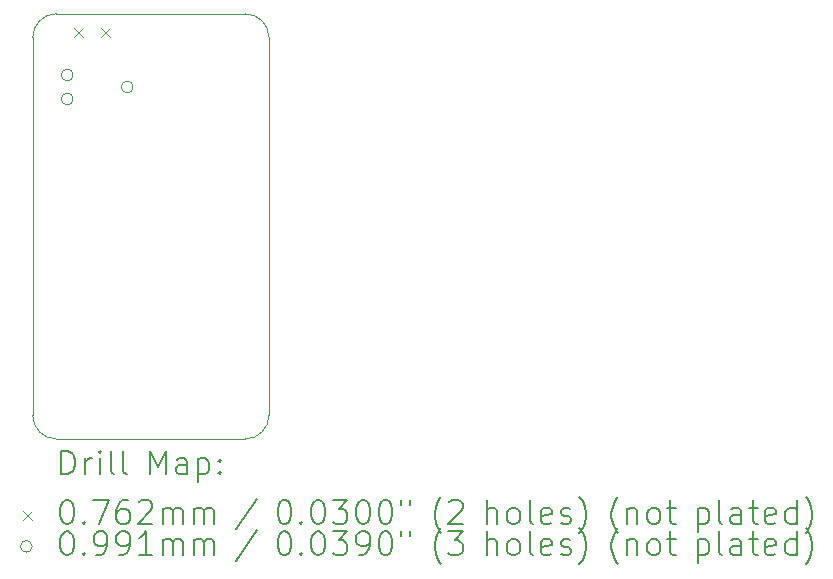
<source format=gbr>
%TF.GenerationSoftware,KiCad,Pcbnew,(7.0.0)*%
%TF.CreationDate,2024-01-17T13:13:25+01:00*%
%TF.ProjectId,LED_poi,4c45445f-706f-4692-9e6b-696361645f70,A*%
%TF.SameCoordinates,Original*%
%TF.FileFunction,Drillmap*%
%TF.FilePolarity,Positive*%
%FSLAX45Y45*%
G04 Gerber Fmt 4.5, Leading zero omitted, Abs format (unit mm)*
G04 Created by KiCad (PCBNEW (7.0.0)) date 2024-01-17 13:13:25*
%MOMM*%
%LPD*%
G01*
G04 APERTURE LIST*
%ADD10C,0.100000*%
%ADD11C,0.200000*%
%ADD12C,0.076200*%
%ADD13C,0.099060*%
G04 APERTURE END LIST*
D10*
X8200000Y-8000000D02*
X8200000Y-4800000D01*
X8400000Y-4600000D02*
G75*
G03*
X8200000Y-4800000I0J-200000D01*
G01*
X10200000Y-4800000D02*
G75*
G03*
X10000000Y-4600000I-200000J0D01*
G01*
X10000000Y-8200000D02*
X8400000Y-8200000D01*
X10000000Y-8200000D02*
G75*
G03*
X10200000Y-8000000I0J200000D01*
G01*
X10200000Y-4800000D02*
X10200000Y-8000000D01*
X8400000Y-4600000D02*
X10000000Y-4600000D01*
X8200000Y-8000000D02*
G75*
G03*
X8400000Y-8200000I200000J0D01*
G01*
D11*
D12*
X8551600Y-4721900D02*
X8627800Y-4798100D01*
X8627800Y-4721900D02*
X8551600Y-4798100D01*
X8781600Y-4721900D02*
X8857800Y-4798100D01*
X8857800Y-4721900D02*
X8781600Y-4798100D01*
D13*
X8541530Y-5118400D02*
G75*
G03*
X8541530Y-5118400I-49530J0D01*
G01*
X8541530Y-5321600D02*
G75*
G03*
X8541530Y-5321600I-49530J0D01*
G01*
X9049530Y-5220000D02*
G75*
G03*
X9049530Y-5220000I-49530J0D01*
G01*
D11*
X8442619Y-8498476D02*
X8442619Y-8298476D01*
X8442619Y-8298476D02*
X8490238Y-8298476D01*
X8490238Y-8298476D02*
X8518810Y-8308000D01*
X8518810Y-8308000D02*
X8537857Y-8327048D01*
X8537857Y-8327048D02*
X8547381Y-8346095D01*
X8547381Y-8346095D02*
X8556905Y-8384190D01*
X8556905Y-8384190D02*
X8556905Y-8412762D01*
X8556905Y-8412762D02*
X8547381Y-8450857D01*
X8547381Y-8450857D02*
X8537857Y-8469905D01*
X8537857Y-8469905D02*
X8518810Y-8488952D01*
X8518810Y-8488952D02*
X8490238Y-8498476D01*
X8490238Y-8498476D02*
X8442619Y-8498476D01*
X8642619Y-8498476D02*
X8642619Y-8365143D01*
X8642619Y-8403238D02*
X8652143Y-8384190D01*
X8652143Y-8384190D02*
X8661667Y-8374667D01*
X8661667Y-8374667D02*
X8680714Y-8365143D01*
X8680714Y-8365143D02*
X8699762Y-8365143D01*
X8766429Y-8498476D02*
X8766429Y-8365143D01*
X8766429Y-8298476D02*
X8756905Y-8308000D01*
X8756905Y-8308000D02*
X8766429Y-8317524D01*
X8766429Y-8317524D02*
X8775952Y-8308000D01*
X8775952Y-8308000D02*
X8766429Y-8298476D01*
X8766429Y-8298476D02*
X8766429Y-8317524D01*
X8890238Y-8498476D02*
X8871190Y-8488952D01*
X8871190Y-8488952D02*
X8861667Y-8469905D01*
X8861667Y-8469905D02*
X8861667Y-8298476D01*
X8995000Y-8498476D02*
X8975952Y-8488952D01*
X8975952Y-8488952D02*
X8966429Y-8469905D01*
X8966429Y-8469905D02*
X8966429Y-8298476D01*
X9191190Y-8498476D02*
X9191190Y-8298476D01*
X9191190Y-8298476D02*
X9257857Y-8441333D01*
X9257857Y-8441333D02*
X9324524Y-8298476D01*
X9324524Y-8298476D02*
X9324524Y-8498476D01*
X9505476Y-8498476D02*
X9505476Y-8393714D01*
X9505476Y-8393714D02*
X9495952Y-8374667D01*
X9495952Y-8374667D02*
X9476905Y-8365143D01*
X9476905Y-8365143D02*
X9438809Y-8365143D01*
X9438809Y-8365143D02*
X9419762Y-8374667D01*
X9505476Y-8488952D02*
X9486429Y-8498476D01*
X9486429Y-8498476D02*
X9438809Y-8498476D01*
X9438809Y-8498476D02*
X9419762Y-8488952D01*
X9419762Y-8488952D02*
X9410238Y-8469905D01*
X9410238Y-8469905D02*
X9410238Y-8450857D01*
X9410238Y-8450857D02*
X9419762Y-8431810D01*
X9419762Y-8431810D02*
X9438809Y-8422286D01*
X9438809Y-8422286D02*
X9486429Y-8422286D01*
X9486429Y-8422286D02*
X9505476Y-8412762D01*
X9600714Y-8365143D02*
X9600714Y-8565143D01*
X9600714Y-8374667D02*
X9619762Y-8365143D01*
X9619762Y-8365143D02*
X9657857Y-8365143D01*
X9657857Y-8365143D02*
X9676905Y-8374667D01*
X9676905Y-8374667D02*
X9686429Y-8384190D01*
X9686429Y-8384190D02*
X9695952Y-8403238D01*
X9695952Y-8403238D02*
X9695952Y-8460381D01*
X9695952Y-8460381D02*
X9686429Y-8479429D01*
X9686429Y-8479429D02*
X9676905Y-8488952D01*
X9676905Y-8488952D02*
X9657857Y-8498476D01*
X9657857Y-8498476D02*
X9619762Y-8498476D01*
X9619762Y-8498476D02*
X9600714Y-8488952D01*
X9781667Y-8479429D02*
X9791190Y-8488952D01*
X9791190Y-8488952D02*
X9781667Y-8498476D01*
X9781667Y-8498476D02*
X9772143Y-8488952D01*
X9772143Y-8488952D02*
X9781667Y-8479429D01*
X9781667Y-8479429D02*
X9781667Y-8498476D01*
X9781667Y-8374667D02*
X9791190Y-8384190D01*
X9791190Y-8384190D02*
X9781667Y-8393714D01*
X9781667Y-8393714D02*
X9772143Y-8384190D01*
X9772143Y-8384190D02*
X9781667Y-8374667D01*
X9781667Y-8374667D02*
X9781667Y-8393714D01*
D12*
X8118800Y-8806900D02*
X8195000Y-8883100D01*
X8195000Y-8806900D02*
X8118800Y-8883100D01*
D11*
X8480714Y-8718476D02*
X8499762Y-8718476D01*
X8499762Y-8718476D02*
X8518810Y-8728000D01*
X8518810Y-8728000D02*
X8528333Y-8737524D01*
X8528333Y-8737524D02*
X8537857Y-8756571D01*
X8537857Y-8756571D02*
X8547381Y-8794667D01*
X8547381Y-8794667D02*
X8547381Y-8842286D01*
X8547381Y-8842286D02*
X8537857Y-8880381D01*
X8537857Y-8880381D02*
X8528333Y-8899429D01*
X8528333Y-8899429D02*
X8518810Y-8908952D01*
X8518810Y-8908952D02*
X8499762Y-8918476D01*
X8499762Y-8918476D02*
X8480714Y-8918476D01*
X8480714Y-8918476D02*
X8461667Y-8908952D01*
X8461667Y-8908952D02*
X8452143Y-8899429D01*
X8452143Y-8899429D02*
X8442619Y-8880381D01*
X8442619Y-8880381D02*
X8433095Y-8842286D01*
X8433095Y-8842286D02*
X8433095Y-8794667D01*
X8433095Y-8794667D02*
X8442619Y-8756571D01*
X8442619Y-8756571D02*
X8452143Y-8737524D01*
X8452143Y-8737524D02*
X8461667Y-8728000D01*
X8461667Y-8728000D02*
X8480714Y-8718476D01*
X8633095Y-8899429D02*
X8642619Y-8908952D01*
X8642619Y-8908952D02*
X8633095Y-8918476D01*
X8633095Y-8918476D02*
X8623571Y-8908952D01*
X8623571Y-8908952D02*
X8633095Y-8899429D01*
X8633095Y-8899429D02*
X8633095Y-8918476D01*
X8709286Y-8718476D02*
X8842619Y-8718476D01*
X8842619Y-8718476D02*
X8756905Y-8918476D01*
X9004524Y-8718476D02*
X8966429Y-8718476D01*
X8966429Y-8718476D02*
X8947381Y-8728000D01*
X8947381Y-8728000D02*
X8937857Y-8737524D01*
X8937857Y-8737524D02*
X8918810Y-8766095D01*
X8918810Y-8766095D02*
X8909286Y-8804190D01*
X8909286Y-8804190D02*
X8909286Y-8880381D01*
X8909286Y-8880381D02*
X8918810Y-8899429D01*
X8918810Y-8899429D02*
X8928333Y-8908952D01*
X8928333Y-8908952D02*
X8947381Y-8918476D01*
X8947381Y-8918476D02*
X8985476Y-8918476D01*
X8985476Y-8918476D02*
X9004524Y-8908952D01*
X9004524Y-8908952D02*
X9014048Y-8899429D01*
X9014048Y-8899429D02*
X9023571Y-8880381D01*
X9023571Y-8880381D02*
X9023571Y-8832762D01*
X9023571Y-8832762D02*
X9014048Y-8813714D01*
X9014048Y-8813714D02*
X9004524Y-8804190D01*
X9004524Y-8804190D02*
X8985476Y-8794667D01*
X8985476Y-8794667D02*
X8947381Y-8794667D01*
X8947381Y-8794667D02*
X8928333Y-8804190D01*
X8928333Y-8804190D02*
X8918810Y-8813714D01*
X8918810Y-8813714D02*
X8909286Y-8832762D01*
X9099762Y-8737524D02*
X9109286Y-8728000D01*
X9109286Y-8728000D02*
X9128333Y-8718476D01*
X9128333Y-8718476D02*
X9175952Y-8718476D01*
X9175952Y-8718476D02*
X9195000Y-8728000D01*
X9195000Y-8728000D02*
X9204524Y-8737524D01*
X9204524Y-8737524D02*
X9214048Y-8756571D01*
X9214048Y-8756571D02*
X9214048Y-8775619D01*
X9214048Y-8775619D02*
X9204524Y-8804190D01*
X9204524Y-8804190D02*
X9090238Y-8918476D01*
X9090238Y-8918476D02*
X9214048Y-8918476D01*
X9299762Y-8918476D02*
X9299762Y-8785143D01*
X9299762Y-8804190D02*
X9309286Y-8794667D01*
X9309286Y-8794667D02*
X9328333Y-8785143D01*
X9328333Y-8785143D02*
X9356905Y-8785143D01*
X9356905Y-8785143D02*
X9375952Y-8794667D01*
X9375952Y-8794667D02*
X9385476Y-8813714D01*
X9385476Y-8813714D02*
X9385476Y-8918476D01*
X9385476Y-8813714D02*
X9395000Y-8794667D01*
X9395000Y-8794667D02*
X9414048Y-8785143D01*
X9414048Y-8785143D02*
X9442619Y-8785143D01*
X9442619Y-8785143D02*
X9461667Y-8794667D01*
X9461667Y-8794667D02*
X9471191Y-8813714D01*
X9471191Y-8813714D02*
X9471191Y-8918476D01*
X9566429Y-8918476D02*
X9566429Y-8785143D01*
X9566429Y-8804190D02*
X9575952Y-8794667D01*
X9575952Y-8794667D02*
X9595000Y-8785143D01*
X9595000Y-8785143D02*
X9623572Y-8785143D01*
X9623572Y-8785143D02*
X9642619Y-8794667D01*
X9642619Y-8794667D02*
X9652143Y-8813714D01*
X9652143Y-8813714D02*
X9652143Y-8918476D01*
X9652143Y-8813714D02*
X9661667Y-8794667D01*
X9661667Y-8794667D02*
X9680714Y-8785143D01*
X9680714Y-8785143D02*
X9709286Y-8785143D01*
X9709286Y-8785143D02*
X9728333Y-8794667D01*
X9728333Y-8794667D02*
X9737857Y-8813714D01*
X9737857Y-8813714D02*
X9737857Y-8918476D01*
X10095952Y-8708952D02*
X9924524Y-8966095D01*
X10320714Y-8718476D02*
X10339762Y-8718476D01*
X10339762Y-8718476D02*
X10358810Y-8728000D01*
X10358810Y-8728000D02*
X10368333Y-8737524D01*
X10368333Y-8737524D02*
X10377857Y-8756571D01*
X10377857Y-8756571D02*
X10387381Y-8794667D01*
X10387381Y-8794667D02*
X10387381Y-8842286D01*
X10387381Y-8842286D02*
X10377857Y-8880381D01*
X10377857Y-8880381D02*
X10368333Y-8899429D01*
X10368333Y-8899429D02*
X10358810Y-8908952D01*
X10358810Y-8908952D02*
X10339762Y-8918476D01*
X10339762Y-8918476D02*
X10320714Y-8918476D01*
X10320714Y-8918476D02*
X10301667Y-8908952D01*
X10301667Y-8908952D02*
X10292143Y-8899429D01*
X10292143Y-8899429D02*
X10282619Y-8880381D01*
X10282619Y-8880381D02*
X10273095Y-8842286D01*
X10273095Y-8842286D02*
X10273095Y-8794667D01*
X10273095Y-8794667D02*
X10282619Y-8756571D01*
X10282619Y-8756571D02*
X10292143Y-8737524D01*
X10292143Y-8737524D02*
X10301667Y-8728000D01*
X10301667Y-8728000D02*
X10320714Y-8718476D01*
X10473095Y-8899429D02*
X10482619Y-8908952D01*
X10482619Y-8908952D02*
X10473095Y-8918476D01*
X10473095Y-8918476D02*
X10463572Y-8908952D01*
X10463572Y-8908952D02*
X10473095Y-8899429D01*
X10473095Y-8899429D02*
X10473095Y-8918476D01*
X10606429Y-8718476D02*
X10625476Y-8718476D01*
X10625476Y-8718476D02*
X10644524Y-8728000D01*
X10644524Y-8728000D02*
X10654048Y-8737524D01*
X10654048Y-8737524D02*
X10663572Y-8756571D01*
X10663572Y-8756571D02*
X10673095Y-8794667D01*
X10673095Y-8794667D02*
X10673095Y-8842286D01*
X10673095Y-8842286D02*
X10663572Y-8880381D01*
X10663572Y-8880381D02*
X10654048Y-8899429D01*
X10654048Y-8899429D02*
X10644524Y-8908952D01*
X10644524Y-8908952D02*
X10625476Y-8918476D01*
X10625476Y-8918476D02*
X10606429Y-8918476D01*
X10606429Y-8918476D02*
X10587381Y-8908952D01*
X10587381Y-8908952D02*
X10577857Y-8899429D01*
X10577857Y-8899429D02*
X10568333Y-8880381D01*
X10568333Y-8880381D02*
X10558810Y-8842286D01*
X10558810Y-8842286D02*
X10558810Y-8794667D01*
X10558810Y-8794667D02*
X10568333Y-8756571D01*
X10568333Y-8756571D02*
X10577857Y-8737524D01*
X10577857Y-8737524D02*
X10587381Y-8728000D01*
X10587381Y-8728000D02*
X10606429Y-8718476D01*
X10739762Y-8718476D02*
X10863572Y-8718476D01*
X10863572Y-8718476D02*
X10796905Y-8794667D01*
X10796905Y-8794667D02*
X10825476Y-8794667D01*
X10825476Y-8794667D02*
X10844524Y-8804190D01*
X10844524Y-8804190D02*
X10854048Y-8813714D01*
X10854048Y-8813714D02*
X10863572Y-8832762D01*
X10863572Y-8832762D02*
X10863572Y-8880381D01*
X10863572Y-8880381D02*
X10854048Y-8899429D01*
X10854048Y-8899429D02*
X10844524Y-8908952D01*
X10844524Y-8908952D02*
X10825476Y-8918476D01*
X10825476Y-8918476D02*
X10768333Y-8918476D01*
X10768333Y-8918476D02*
X10749286Y-8908952D01*
X10749286Y-8908952D02*
X10739762Y-8899429D01*
X10987381Y-8718476D02*
X11006429Y-8718476D01*
X11006429Y-8718476D02*
X11025476Y-8728000D01*
X11025476Y-8728000D02*
X11035000Y-8737524D01*
X11035000Y-8737524D02*
X11044524Y-8756571D01*
X11044524Y-8756571D02*
X11054048Y-8794667D01*
X11054048Y-8794667D02*
X11054048Y-8842286D01*
X11054048Y-8842286D02*
X11044524Y-8880381D01*
X11044524Y-8880381D02*
X11035000Y-8899429D01*
X11035000Y-8899429D02*
X11025476Y-8908952D01*
X11025476Y-8908952D02*
X11006429Y-8918476D01*
X11006429Y-8918476D02*
X10987381Y-8918476D01*
X10987381Y-8918476D02*
X10968333Y-8908952D01*
X10968333Y-8908952D02*
X10958810Y-8899429D01*
X10958810Y-8899429D02*
X10949286Y-8880381D01*
X10949286Y-8880381D02*
X10939762Y-8842286D01*
X10939762Y-8842286D02*
X10939762Y-8794667D01*
X10939762Y-8794667D02*
X10949286Y-8756571D01*
X10949286Y-8756571D02*
X10958810Y-8737524D01*
X10958810Y-8737524D02*
X10968333Y-8728000D01*
X10968333Y-8728000D02*
X10987381Y-8718476D01*
X11177857Y-8718476D02*
X11196905Y-8718476D01*
X11196905Y-8718476D02*
X11215952Y-8728000D01*
X11215952Y-8728000D02*
X11225476Y-8737524D01*
X11225476Y-8737524D02*
X11235000Y-8756571D01*
X11235000Y-8756571D02*
X11244524Y-8794667D01*
X11244524Y-8794667D02*
X11244524Y-8842286D01*
X11244524Y-8842286D02*
X11235000Y-8880381D01*
X11235000Y-8880381D02*
X11225476Y-8899429D01*
X11225476Y-8899429D02*
X11215952Y-8908952D01*
X11215952Y-8908952D02*
X11196905Y-8918476D01*
X11196905Y-8918476D02*
X11177857Y-8918476D01*
X11177857Y-8918476D02*
X11158810Y-8908952D01*
X11158810Y-8908952D02*
X11149286Y-8899429D01*
X11149286Y-8899429D02*
X11139762Y-8880381D01*
X11139762Y-8880381D02*
X11130238Y-8842286D01*
X11130238Y-8842286D02*
X11130238Y-8794667D01*
X11130238Y-8794667D02*
X11139762Y-8756571D01*
X11139762Y-8756571D02*
X11149286Y-8737524D01*
X11149286Y-8737524D02*
X11158810Y-8728000D01*
X11158810Y-8728000D02*
X11177857Y-8718476D01*
X11320714Y-8718476D02*
X11320714Y-8756571D01*
X11396905Y-8718476D02*
X11396905Y-8756571D01*
X11659762Y-8994667D02*
X11650238Y-8985143D01*
X11650238Y-8985143D02*
X11631191Y-8956571D01*
X11631191Y-8956571D02*
X11621667Y-8937524D01*
X11621667Y-8937524D02*
X11612143Y-8908952D01*
X11612143Y-8908952D02*
X11602619Y-8861333D01*
X11602619Y-8861333D02*
X11602619Y-8823238D01*
X11602619Y-8823238D02*
X11612143Y-8775619D01*
X11612143Y-8775619D02*
X11621667Y-8747048D01*
X11621667Y-8747048D02*
X11631191Y-8728000D01*
X11631191Y-8728000D02*
X11650238Y-8699429D01*
X11650238Y-8699429D02*
X11659762Y-8689905D01*
X11726429Y-8737524D02*
X11735952Y-8728000D01*
X11735952Y-8728000D02*
X11755000Y-8718476D01*
X11755000Y-8718476D02*
X11802619Y-8718476D01*
X11802619Y-8718476D02*
X11821667Y-8728000D01*
X11821667Y-8728000D02*
X11831191Y-8737524D01*
X11831191Y-8737524D02*
X11840714Y-8756571D01*
X11840714Y-8756571D02*
X11840714Y-8775619D01*
X11840714Y-8775619D02*
X11831191Y-8804190D01*
X11831191Y-8804190D02*
X11716905Y-8918476D01*
X11716905Y-8918476D02*
X11840714Y-8918476D01*
X12046429Y-8918476D02*
X12046429Y-8718476D01*
X12132143Y-8918476D02*
X12132143Y-8813714D01*
X12132143Y-8813714D02*
X12122619Y-8794667D01*
X12122619Y-8794667D02*
X12103572Y-8785143D01*
X12103572Y-8785143D02*
X12075000Y-8785143D01*
X12075000Y-8785143D02*
X12055952Y-8794667D01*
X12055952Y-8794667D02*
X12046429Y-8804190D01*
X12255952Y-8918476D02*
X12236905Y-8908952D01*
X12236905Y-8908952D02*
X12227381Y-8899429D01*
X12227381Y-8899429D02*
X12217857Y-8880381D01*
X12217857Y-8880381D02*
X12217857Y-8823238D01*
X12217857Y-8823238D02*
X12227381Y-8804190D01*
X12227381Y-8804190D02*
X12236905Y-8794667D01*
X12236905Y-8794667D02*
X12255952Y-8785143D01*
X12255952Y-8785143D02*
X12284524Y-8785143D01*
X12284524Y-8785143D02*
X12303572Y-8794667D01*
X12303572Y-8794667D02*
X12313095Y-8804190D01*
X12313095Y-8804190D02*
X12322619Y-8823238D01*
X12322619Y-8823238D02*
X12322619Y-8880381D01*
X12322619Y-8880381D02*
X12313095Y-8899429D01*
X12313095Y-8899429D02*
X12303572Y-8908952D01*
X12303572Y-8908952D02*
X12284524Y-8918476D01*
X12284524Y-8918476D02*
X12255952Y-8918476D01*
X12436905Y-8918476D02*
X12417857Y-8908952D01*
X12417857Y-8908952D02*
X12408333Y-8889905D01*
X12408333Y-8889905D02*
X12408333Y-8718476D01*
X12589286Y-8908952D02*
X12570238Y-8918476D01*
X12570238Y-8918476D02*
X12532143Y-8918476D01*
X12532143Y-8918476D02*
X12513095Y-8908952D01*
X12513095Y-8908952D02*
X12503572Y-8889905D01*
X12503572Y-8889905D02*
X12503572Y-8813714D01*
X12503572Y-8813714D02*
X12513095Y-8794667D01*
X12513095Y-8794667D02*
X12532143Y-8785143D01*
X12532143Y-8785143D02*
X12570238Y-8785143D01*
X12570238Y-8785143D02*
X12589286Y-8794667D01*
X12589286Y-8794667D02*
X12598810Y-8813714D01*
X12598810Y-8813714D02*
X12598810Y-8832762D01*
X12598810Y-8832762D02*
X12503572Y-8851810D01*
X12675000Y-8908952D02*
X12694048Y-8918476D01*
X12694048Y-8918476D02*
X12732143Y-8918476D01*
X12732143Y-8918476D02*
X12751191Y-8908952D01*
X12751191Y-8908952D02*
X12760714Y-8889905D01*
X12760714Y-8889905D02*
X12760714Y-8880381D01*
X12760714Y-8880381D02*
X12751191Y-8861333D01*
X12751191Y-8861333D02*
X12732143Y-8851810D01*
X12732143Y-8851810D02*
X12703572Y-8851810D01*
X12703572Y-8851810D02*
X12684524Y-8842286D01*
X12684524Y-8842286D02*
X12675000Y-8823238D01*
X12675000Y-8823238D02*
X12675000Y-8813714D01*
X12675000Y-8813714D02*
X12684524Y-8794667D01*
X12684524Y-8794667D02*
X12703572Y-8785143D01*
X12703572Y-8785143D02*
X12732143Y-8785143D01*
X12732143Y-8785143D02*
X12751191Y-8794667D01*
X12827381Y-8994667D02*
X12836905Y-8985143D01*
X12836905Y-8985143D02*
X12855953Y-8956571D01*
X12855953Y-8956571D02*
X12865476Y-8937524D01*
X12865476Y-8937524D02*
X12875000Y-8908952D01*
X12875000Y-8908952D02*
X12884524Y-8861333D01*
X12884524Y-8861333D02*
X12884524Y-8823238D01*
X12884524Y-8823238D02*
X12875000Y-8775619D01*
X12875000Y-8775619D02*
X12865476Y-8747048D01*
X12865476Y-8747048D02*
X12855953Y-8728000D01*
X12855953Y-8728000D02*
X12836905Y-8699429D01*
X12836905Y-8699429D02*
X12827381Y-8689905D01*
X13156905Y-8994667D02*
X13147381Y-8985143D01*
X13147381Y-8985143D02*
X13128333Y-8956571D01*
X13128333Y-8956571D02*
X13118810Y-8937524D01*
X13118810Y-8937524D02*
X13109286Y-8908952D01*
X13109286Y-8908952D02*
X13099762Y-8861333D01*
X13099762Y-8861333D02*
X13099762Y-8823238D01*
X13099762Y-8823238D02*
X13109286Y-8775619D01*
X13109286Y-8775619D02*
X13118810Y-8747048D01*
X13118810Y-8747048D02*
X13128333Y-8728000D01*
X13128333Y-8728000D02*
X13147381Y-8699429D01*
X13147381Y-8699429D02*
X13156905Y-8689905D01*
X13233095Y-8785143D02*
X13233095Y-8918476D01*
X13233095Y-8804190D02*
X13242619Y-8794667D01*
X13242619Y-8794667D02*
X13261667Y-8785143D01*
X13261667Y-8785143D02*
X13290238Y-8785143D01*
X13290238Y-8785143D02*
X13309286Y-8794667D01*
X13309286Y-8794667D02*
X13318810Y-8813714D01*
X13318810Y-8813714D02*
X13318810Y-8918476D01*
X13442619Y-8918476D02*
X13423572Y-8908952D01*
X13423572Y-8908952D02*
X13414048Y-8899429D01*
X13414048Y-8899429D02*
X13404524Y-8880381D01*
X13404524Y-8880381D02*
X13404524Y-8823238D01*
X13404524Y-8823238D02*
X13414048Y-8804190D01*
X13414048Y-8804190D02*
X13423572Y-8794667D01*
X13423572Y-8794667D02*
X13442619Y-8785143D01*
X13442619Y-8785143D02*
X13471191Y-8785143D01*
X13471191Y-8785143D02*
X13490238Y-8794667D01*
X13490238Y-8794667D02*
X13499762Y-8804190D01*
X13499762Y-8804190D02*
X13509286Y-8823238D01*
X13509286Y-8823238D02*
X13509286Y-8880381D01*
X13509286Y-8880381D02*
X13499762Y-8899429D01*
X13499762Y-8899429D02*
X13490238Y-8908952D01*
X13490238Y-8908952D02*
X13471191Y-8918476D01*
X13471191Y-8918476D02*
X13442619Y-8918476D01*
X13566429Y-8785143D02*
X13642619Y-8785143D01*
X13595000Y-8718476D02*
X13595000Y-8889905D01*
X13595000Y-8889905D02*
X13604524Y-8908952D01*
X13604524Y-8908952D02*
X13623572Y-8918476D01*
X13623572Y-8918476D02*
X13642619Y-8918476D01*
X13829286Y-8785143D02*
X13829286Y-8985143D01*
X13829286Y-8794667D02*
X13848333Y-8785143D01*
X13848333Y-8785143D02*
X13886429Y-8785143D01*
X13886429Y-8785143D02*
X13905476Y-8794667D01*
X13905476Y-8794667D02*
X13915000Y-8804190D01*
X13915000Y-8804190D02*
X13924524Y-8823238D01*
X13924524Y-8823238D02*
X13924524Y-8880381D01*
X13924524Y-8880381D02*
X13915000Y-8899429D01*
X13915000Y-8899429D02*
X13905476Y-8908952D01*
X13905476Y-8908952D02*
X13886429Y-8918476D01*
X13886429Y-8918476D02*
X13848333Y-8918476D01*
X13848333Y-8918476D02*
X13829286Y-8908952D01*
X14038810Y-8918476D02*
X14019762Y-8908952D01*
X14019762Y-8908952D02*
X14010238Y-8889905D01*
X14010238Y-8889905D02*
X14010238Y-8718476D01*
X14200714Y-8918476D02*
X14200714Y-8813714D01*
X14200714Y-8813714D02*
X14191191Y-8794667D01*
X14191191Y-8794667D02*
X14172143Y-8785143D01*
X14172143Y-8785143D02*
X14134048Y-8785143D01*
X14134048Y-8785143D02*
X14115000Y-8794667D01*
X14200714Y-8908952D02*
X14181667Y-8918476D01*
X14181667Y-8918476D02*
X14134048Y-8918476D01*
X14134048Y-8918476D02*
X14115000Y-8908952D01*
X14115000Y-8908952D02*
X14105476Y-8889905D01*
X14105476Y-8889905D02*
X14105476Y-8870857D01*
X14105476Y-8870857D02*
X14115000Y-8851810D01*
X14115000Y-8851810D02*
X14134048Y-8842286D01*
X14134048Y-8842286D02*
X14181667Y-8842286D01*
X14181667Y-8842286D02*
X14200714Y-8832762D01*
X14267381Y-8785143D02*
X14343572Y-8785143D01*
X14295953Y-8718476D02*
X14295953Y-8889905D01*
X14295953Y-8889905D02*
X14305476Y-8908952D01*
X14305476Y-8908952D02*
X14324524Y-8918476D01*
X14324524Y-8918476D02*
X14343572Y-8918476D01*
X14486429Y-8908952D02*
X14467381Y-8918476D01*
X14467381Y-8918476D02*
X14429286Y-8918476D01*
X14429286Y-8918476D02*
X14410238Y-8908952D01*
X14410238Y-8908952D02*
X14400714Y-8889905D01*
X14400714Y-8889905D02*
X14400714Y-8813714D01*
X14400714Y-8813714D02*
X14410238Y-8794667D01*
X14410238Y-8794667D02*
X14429286Y-8785143D01*
X14429286Y-8785143D02*
X14467381Y-8785143D01*
X14467381Y-8785143D02*
X14486429Y-8794667D01*
X14486429Y-8794667D02*
X14495953Y-8813714D01*
X14495953Y-8813714D02*
X14495953Y-8832762D01*
X14495953Y-8832762D02*
X14400714Y-8851810D01*
X14667381Y-8918476D02*
X14667381Y-8718476D01*
X14667381Y-8908952D02*
X14648334Y-8918476D01*
X14648334Y-8918476D02*
X14610238Y-8918476D01*
X14610238Y-8918476D02*
X14591191Y-8908952D01*
X14591191Y-8908952D02*
X14581667Y-8899429D01*
X14581667Y-8899429D02*
X14572143Y-8880381D01*
X14572143Y-8880381D02*
X14572143Y-8823238D01*
X14572143Y-8823238D02*
X14581667Y-8804190D01*
X14581667Y-8804190D02*
X14591191Y-8794667D01*
X14591191Y-8794667D02*
X14610238Y-8785143D01*
X14610238Y-8785143D02*
X14648334Y-8785143D01*
X14648334Y-8785143D02*
X14667381Y-8794667D01*
X14743572Y-8994667D02*
X14753095Y-8985143D01*
X14753095Y-8985143D02*
X14772143Y-8956571D01*
X14772143Y-8956571D02*
X14781667Y-8937524D01*
X14781667Y-8937524D02*
X14791191Y-8908952D01*
X14791191Y-8908952D02*
X14800714Y-8861333D01*
X14800714Y-8861333D02*
X14800714Y-8823238D01*
X14800714Y-8823238D02*
X14791191Y-8775619D01*
X14791191Y-8775619D02*
X14781667Y-8747048D01*
X14781667Y-8747048D02*
X14772143Y-8728000D01*
X14772143Y-8728000D02*
X14753095Y-8699429D01*
X14753095Y-8699429D02*
X14743572Y-8689905D01*
D13*
X8195000Y-9109000D02*
G75*
G03*
X8195000Y-9109000I-49530J0D01*
G01*
D11*
X8480714Y-8982476D02*
X8499762Y-8982476D01*
X8499762Y-8982476D02*
X8518810Y-8992000D01*
X8518810Y-8992000D02*
X8528333Y-9001524D01*
X8528333Y-9001524D02*
X8537857Y-9020571D01*
X8537857Y-9020571D02*
X8547381Y-9058667D01*
X8547381Y-9058667D02*
X8547381Y-9106286D01*
X8547381Y-9106286D02*
X8537857Y-9144381D01*
X8537857Y-9144381D02*
X8528333Y-9163429D01*
X8528333Y-9163429D02*
X8518810Y-9172952D01*
X8518810Y-9172952D02*
X8499762Y-9182476D01*
X8499762Y-9182476D02*
X8480714Y-9182476D01*
X8480714Y-9182476D02*
X8461667Y-9172952D01*
X8461667Y-9172952D02*
X8452143Y-9163429D01*
X8452143Y-9163429D02*
X8442619Y-9144381D01*
X8442619Y-9144381D02*
X8433095Y-9106286D01*
X8433095Y-9106286D02*
X8433095Y-9058667D01*
X8433095Y-9058667D02*
X8442619Y-9020571D01*
X8442619Y-9020571D02*
X8452143Y-9001524D01*
X8452143Y-9001524D02*
X8461667Y-8992000D01*
X8461667Y-8992000D02*
X8480714Y-8982476D01*
X8633095Y-9163429D02*
X8642619Y-9172952D01*
X8642619Y-9172952D02*
X8633095Y-9182476D01*
X8633095Y-9182476D02*
X8623571Y-9172952D01*
X8623571Y-9172952D02*
X8633095Y-9163429D01*
X8633095Y-9163429D02*
X8633095Y-9182476D01*
X8737857Y-9182476D02*
X8775952Y-9182476D01*
X8775952Y-9182476D02*
X8795000Y-9172952D01*
X8795000Y-9172952D02*
X8804524Y-9163429D01*
X8804524Y-9163429D02*
X8823571Y-9134857D01*
X8823571Y-9134857D02*
X8833095Y-9096762D01*
X8833095Y-9096762D02*
X8833095Y-9020571D01*
X8833095Y-9020571D02*
X8823571Y-9001524D01*
X8823571Y-9001524D02*
X8814048Y-8992000D01*
X8814048Y-8992000D02*
X8795000Y-8982476D01*
X8795000Y-8982476D02*
X8756905Y-8982476D01*
X8756905Y-8982476D02*
X8737857Y-8992000D01*
X8737857Y-8992000D02*
X8728333Y-9001524D01*
X8728333Y-9001524D02*
X8718810Y-9020571D01*
X8718810Y-9020571D02*
X8718810Y-9068190D01*
X8718810Y-9068190D02*
X8728333Y-9087238D01*
X8728333Y-9087238D02*
X8737857Y-9096762D01*
X8737857Y-9096762D02*
X8756905Y-9106286D01*
X8756905Y-9106286D02*
X8795000Y-9106286D01*
X8795000Y-9106286D02*
X8814048Y-9096762D01*
X8814048Y-9096762D02*
X8823571Y-9087238D01*
X8823571Y-9087238D02*
X8833095Y-9068190D01*
X8928333Y-9182476D02*
X8966429Y-9182476D01*
X8966429Y-9182476D02*
X8985476Y-9172952D01*
X8985476Y-9172952D02*
X8995000Y-9163429D01*
X8995000Y-9163429D02*
X9014048Y-9134857D01*
X9014048Y-9134857D02*
X9023571Y-9096762D01*
X9023571Y-9096762D02*
X9023571Y-9020571D01*
X9023571Y-9020571D02*
X9014048Y-9001524D01*
X9014048Y-9001524D02*
X9004524Y-8992000D01*
X9004524Y-8992000D02*
X8985476Y-8982476D01*
X8985476Y-8982476D02*
X8947381Y-8982476D01*
X8947381Y-8982476D02*
X8928333Y-8992000D01*
X8928333Y-8992000D02*
X8918810Y-9001524D01*
X8918810Y-9001524D02*
X8909286Y-9020571D01*
X8909286Y-9020571D02*
X8909286Y-9068190D01*
X8909286Y-9068190D02*
X8918810Y-9087238D01*
X8918810Y-9087238D02*
X8928333Y-9096762D01*
X8928333Y-9096762D02*
X8947381Y-9106286D01*
X8947381Y-9106286D02*
X8985476Y-9106286D01*
X8985476Y-9106286D02*
X9004524Y-9096762D01*
X9004524Y-9096762D02*
X9014048Y-9087238D01*
X9014048Y-9087238D02*
X9023571Y-9068190D01*
X9214048Y-9182476D02*
X9099762Y-9182476D01*
X9156905Y-9182476D02*
X9156905Y-8982476D01*
X9156905Y-8982476D02*
X9137857Y-9011048D01*
X9137857Y-9011048D02*
X9118810Y-9030095D01*
X9118810Y-9030095D02*
X9099762Y-9039619D01*
X9299762Y-9182476D02*
X9299762Y-9049143D01*
X9299762Y-9068190D02*
X9309286Y-9058667D01*
X9309286Y-9058667D02*
X9328333Y-9049143D01*
X9328333Y-9049143D02*
X9356905Y-9049143D01*
X9356905Y-9049143D02*
X9375952Y-9058667D01*
X9375952Y-9058667D02*
X9385476Y-9077714D01*
X9385476Y-9077714D02*
X9385476Y-9182476D01*
X9385476Y-9077714D02*
X9395000Y-9058667D01*
X9395000Y-9058667D02*
X9414048Y-9049143D01*
X9414048Y-9049143D02*
X9442619Y-9049143D01*
X9442619Y-9049143D02*
X9461667Y-9058667D01*
X9461667Y-9058667D02*
X9471191Y-9077714D01*
X9471191Y-9077714D02*
X9471191Y-9182476D01*
X9566429Y-9182476D02*
X9566429Y-9049143D01*
X9566429Y-9068190D02*
X9575952Y-9058667D01*
X9575952Y-9058667D02*
X9595000Y-9049143D01*
X9595000Y-9049143D02*
X9623572Y-9049143D01*
X9623572Y-9049143D02*
X9642619Y-9058667D01*
X9642619Y-9058667D02*
X9652143Y-9077714D01*
X9652143Y-9077714D02*
X9652143Y-9182476D01*
X9652143Y-9077714D02*
X9661667Y-9058667D01*
X9661667Y-9058667D02*
X9680714Y-9049143D01*
X9680714Y-9049143D02*
X9709286Y-9049143D01*
X9709286Y-9049143D02*
X9728333Y-9058667D01*
X9728333Y-9058667D02*
X9737857Y-9077714D01*
X9737857Y-9077714D02*
X9737857Y-9182476D01*
X10095952Y-8972952D02*
X9924524Y-9230095D01*
X10320714Y-8982476D02*
X10339762Y-8982476D01*
X10339762Y-8982476D02*
X10358810Y-8992000D01*
X10358810Y-8992000D02*
X10368333Y-9001524D01*
X10368333Y-9001524D02*
X10377857Y-9020571D01*
X10377857Y-9020571D02*
X10387381Y-9058667D01*
X10387381Y-9058667D02*
X10387381Y-9106286D01*
X10387381Y-9106286D02*
X10377857Y-9144381D01*
X10377857Y-9144381D02*
X10368333Y-9163429D01*
X10368333Y-9163429D02*
X10358810Y-9172952D01*
X10358810Y-9172952D02*
X10339762Y-9182476D01*
X10339762Y-9182476D02*
X10320714Y-9182476D01*
X10320714Y-9182476D02*
X10301667Y-9172952D01*
X10301667Y-9172952D02*
X10292143Y-9163429D01*
X10292143Y-9163429D02*
X10282619Y-9144381D01*
X10282619Y-9144381D02*
X10273095Y-9106286D01*
X10273095Y-9106286D02*
X10273095Y-9058667D01*
X10273095Y-9058667D02*
X10282619Y-9020571D01*
X10282619Y-9020571D02*
X10292143Y-9001524D01*
X10292143Y-9001524D02*
X10301667Y-8992000D01*
X10301667Y-8992000D02*
X10320714Y-8982476D01*
X10473095Y-9163429D02*
X10482619Y-9172952D01*
X10482619Y-9172952D02*
X10473095Y-9182476D01*
X10473095Y-9182476D02*
X10463572Y-9172952D01*
X10463572Y-9172952D02*
X10473095Y-9163429D01*
X10473095Y-9163429D02*
X10473095Y-9182476D01*
X10606429Y-8982476D02*
X10625476Y-8982476D01*
X10625476Y-8982476D02*
X10644524Y-8992000D01*
X10644524Y-8992000D02*
X10654048Y-9001524D01*
X10654048Y-9001524D02*
X10663572Y-9020571D01*
X10663572Y-9020571D02*
X10673095Y-9058667D01*
X10673095Y-9058667D02*
X10673095Y-9106286D01*
X10673095Y-9106286D02*
X10663572Y-9144381D01*
X10663572Y-9144381D02*
X10654048Y-9163429D01*
X10654048Y-9163429D02*
X10644524Y-9172952D01*
X10644524Y-9172952D02*
X10625476Y-9182476D01*
X10625476Y-9182476D02*
X10606429Y-9182476D01*
X10606429Y-9182476D02*
X10587381Y-9172952D01*
X10587381Y-9172952D02*
X10577857Y-9163429D01*
X10577857Y-9163429D02*
X10568333Y-9144381D01*
X10568333Y-9144381D02*
X10558810Y-9106286D01*
X10558810Y-9106286D02*
X10558810Y-9058667D01*
X10558810Y-9058667D02*
X10568333Y-9020571D01*
X10568333Y-9020571D02*
X10577857Y-9001524D01*
X10577857Y-9001524D02*
X10587381Y-8992000D01*
X10587381Y-8992000D02*
X10606429Y-8982476D01*
X10739762Y-8982476D02*
X10863572Y-8982476D01*
X10863572Y-8982476D02*
X10796905Y-9058667D01*
X10796905Y-9058667D02*
X10825476Y-9058667D01*
X10825476Y-9058667D02*
X10844524Y-9068190D01*
X10844524Y-9068190D02*
X10854048Y-9077714D01*
X10854048Y-9077714D02*
X10863572Y-9096762D01*
X10863572Y-9096762D02*
X10863572Y-9144381D01*
X10863572Y-9144381D02*
X10854048Y-9163429D01*
X10854048Y-9163429D02*
X10844524Y-9172952D01*
X10844524Y-9172952D02*
X10825476Y-9182476D01*
X10825476Y-9182476D02*
X10768333Y-9182476D01*
X10768333Y-9182476D02*
X10749286Y-9172952D01*
X10749286Y-9172952D02*
X10739762Y-9163429D01*
X10958810Y-9182476D02*
X10996905Y-9182476D01*
X10996905Y-9182476D02*
X11015953Y-9172952D01*
X11015953Y-9172952D02*
X11025476Y-9163429D01*
X11025476Y-9163429D02*
X11044524Y-9134857D01*
X11044524Y-9134857D02*
X11054048Y-9096762D01*
X11054048Y-9096762D02*
X11054048Y-9020571D01*
X11054048Y-9020571D02*
X11044524Y-9001524D01*
X11044524Y-9001524D02*
X11035000Y-8992000D01*
X11035000Y-8992000D02*
X11015953Y-8982476D01*
X11015953Y-8982476D02*
X10977857Y-8982476D01*
X10977857Y-8982476D02*
X10958810Y-8992000D01*
X10958810Y-8992000D02*
X10949286Y-9001524D01*
X10949286Y-9001524D02*
X10939762Y-9020571D01*
X10939762Y-9020571D02*
X10939762Y-9068190D01*
X10939762Y-9068190D02*
X10949286Y-9087238D01*
X10949286Y-9087238D02*
X10958810Y-9096762D01*
X10958810Y-9096762D02*
X10977857Y-9106286D01*
X10977857Y-9106286D02*
X11015953Y-9106286D01*
X11015953Y-9106286D02*
X11035000Y-9096762D01*
X11035000Y-9096762D02*
X11044524Y-9087238D01*
X11044524Y-9087238D02*
X11054048Y-9068190D01*
X11177857Y-8982476D02*
X11196905Y-8982476D01*
X11196905Y-8982476D02*
X11215952Y-8992000D01*
X11215952Y-8992000D02*
X11225476Y-9001524D01*
X11225476Y-9001524D02*
X11235000Y-9020571D01*
X11235000Y-9020571D02*
X11244524Y-9058667D01*
X11244524Y-9058667D02*
X11244524Y-9106286D01*
X11244524Y-9106286D02*
X11235000Y-9144381D01*
X11235000Y-9144381D02*
X11225476Y-9163429D01*
X11225476Y-9163429D02*
X11215952Y-9172952D01*
X11215952Y-9172952D02*
X11196905Y-9182476D01*
X11196905Y-9182476D02*
X11177857Y-9182476D01*
X11177857Y-9182476D02*
X11158810Y-9172952D01*
X11158810Y-9172952D02*
X11149286Y-9163429D01*
X11149286Y-9163429D02*
X11139762Y-9144381D01*
X11139762Y-9144381D02*
X11130238Y-9106286D01*
X11130238Y-9106286D02*
X11130238Y-9058667D01*
X11130238Y-9058667D02*
X11139762Y-9020571D01*
X11139762Y-9020571D02*
X11149286Y-9001524D01*
X11149286Y-9001524D02*
X11158810Y-8992000D01*
X11158810Y-8992000D02*
X11177857Y-8982476D01*
X11320714Y-8982476D02*
X11320714Y-9020571D01*
X11396905Y-8982476D02*
X11396905Y-9020571D01*
X11659762Y-9258667D02*
X11650238Y-9249143D01*
X11650238Y-9249143D02*
X11631191Y-9220571D01*
X11631191Y-9220571D02*
X11621667Y-9201524D01*
X11621667Y-9201524D02*
X11612143Y-9172952D01*
X11612143Y-9172952D02*
X11602619Y-9125333D01*
X11602619Y-9125333D02*
X11602619Y-9087238D01*
X11602619Y-9087238D02*
X11612143Y-9039619D01*
X11612143Y-9039619D02*
X11621667Y-9011048D01*
X11621667Y-9011048D02*
X11631191Y-8992000D01*
X11631191Y-8992000D02*
X11650238Y-8963429D01*
X11650238Y-8963429D02*
X11659762Y-8953905D01*
X11716905Y-8982476D02*
X11840714Y-8982476D01*
X11840714Y-8982476D02*
X11774048Y-9058667D01*
X11774048Y-9058667D02*
X11802619Y-9058667D01*
X11802619Y-9058667D02*
X11821667Y-9068190D01*
X11821667Y-9068190D02*
X11831191Y-9077714D01*
X11831191Y-9077714D02*
X11840714Y-9096762D01*
X11840714Y-9096762D02*
X11840714Y-9144381D01*
X11840714Y-9144381D02*
X11831191Y-9163429D01*
X11831191Y-9163429D02*
X11821667Y-9172952D01*
X11821667Y-9172952D02*
X11802619Y-9182476D01*
X11802619Y-9182476D02*
X11745476Y-9182476D01*
X11745476Y-9182476D02*
X11726429Y-9172952D01*
X11726429Y-9172952D02*
X11716905Y-9163429D01*
X12046429Y-9182476D02*
X12046429Y-8982476D01*
X12132143Y-9182476D02*
X12132143Y-9077714D01*
X12132143Y-9077714D02*
X12122619Y-9058667D01*
X12122619Y-9058667D02*
X12103572Y-9049143D01*
X12103572Y-9049143D02*
X12075000Y-9049143D01*
X12075000Y-9049143D02*
X12055952Y-9058667D01*
X12055952Y-9058667D02*
X12046429Y-9068190D01*
X12255952Y-9182476D02*
X12236905Y-9172952D01*
X12236905Y-9172952D02*
X12227381Y-9163429D01*
X12227381Y-9163429D02*
X12217857Y-9144381D01*
X12217857Y-9144381D02*
X12217857Y-9087238D01*
X12217857Y-9087238D02*
X12227381Y-9068190D01*
X12227381Y-9068190D02*
X12236905Y-9058667D01*
X12236905Y-9058667D02*
X12255952Y-9049143D01*
X12255952Y-9049143D02*
X12284524Y-9049143D01*
X12284524Y-9049143D02*
X12303572Y-9058667D01*
X12303572Y-9058667D02*
X12313095Y-9068190D01*
X12313095Y-9068190D02*
X12322619Y-9087238D01*
X12322619Y-9087238D02*
X12322619Y-9144381D01*
X12322619Y-9144381D02*
X12313095Y-9163429D01*
X12313095Y-9163429D02*
X12303572Y-9172952D01*
X12303572Y-9172952D02*
X12284524Y-9182476D01*
X12284524Y-9182476D02*
X12255952Y-9182476D01*
X12436905Y-9182476D02*
X12417857Y-9172952D01*
X12417857Y-9172952D02*
X12408333Y-9153905D01*
X12408333Y-9153905D02*
X12408333Y-8982476D01*
X12589286Y-9172952D02*
X12570238Y-9182476D01*
X12570238Y-9182476D02*
X12532143Y-9182476D01*
X12532143Y-9182476D02*
X12513095Y-9172952D01*
X12513095Y-9172952D02*
X12503572Y-9153905D01*
X12503572Y-9153905D02*
X12503572Y-9077714D01*
X12503572Y-9077714D02*
X12513095Y-9058667D01*
X12513095Y-9058667D02*
X12532143Y-9049143D01*
X12532143Y-9049143D02*
X12570238Y-9049143D01*
X12570238Y-9049143D02*
X12589286Y-9058667D01*
X12589286Y-9058667D02*
X12598810Y-9077714D01*
X12598810Y-9077714D02*
X12598810Y-9096762D01*
X12598810Y-9096762D02*
X12503572Y-9115810D01*
X12675000Y-9172952D02*
X12694048Y-9182476D01*
X12694048Y-9182476D02*
X12732143Y-9182476D01*
X12732143Y-9182476D02*
X12751191Y-9172952D01*
X12751191Y-9172952D02*
X12760714Y-9153905D01*
X12760714Y-9153905D02*
X12760714Y-9144381D01*
X12760714Y-9144381D02*
X12751191Y-9125333D01*
X12751191Y-9125333D02*
X12732143Y-9115810D01*
X12732143Y-9115810D02*
X12703572Y-9115810D01*
X12703572Y-9115810D02*
X12684524Y-9106286D01*
X12684524Y-9106286D02*
X12675000Y-9087238D01*
X12675000Y-9087238D02*
X12675000Y-9077714D01*
X12675000Y-9077714D02*
X12684524Y-9058667D01*
X12684524Y-9058667D02*
X12703572Y-9049143D01*
X12703572Y-9049143D02*
X12732143Y-9049143D01*
X12732143Y-9049143D02*
X12751191Y-9058667D01*
X12827381Y-9258667D02*
X12836905Y-9249143D01*
X12836905Y-9249143D02*
X12855953Y-9220571D01*
X12855953Y-9220571D02*
X12865476Y-9201524D01*
X12865476Y-9201524D02*
X12875000Y-9172952D01*
X12875000Y-9172952D02*
X12884524Y-9125333D01*
X12884524Y-9125333D02*
X12884524Y-9087238D01*
X12884524Y-9087238D02*
X12875000Y-9039619D01*
X12875000Y-9039619D02*
X12865476Y-9011048D01*
X12865476Y-9011048D02*
X12855953Y-8992000D01*
X12855953Y-8992000D02*
X12836905Y-8963429D01*
X12836905Y-8963429D02*
X12827381Y-8953905D01*
X13156905Y-9258667D02*
X13147381Y-9249143D01*
X13147381Y-9249143D02*
X13128333Y-9220571D01*
X13128333Y-9220571D02*
X13118810Y-9201524D01*
X13118810Y-9201524D02*
X13109286Y-9172952D01*
X13109286Y-9172952D02*
X13099762Y-9125333D01*
X13099762Y-9125333D02*
X13099762Y-9087238D01*
X13099762Y-9087238D02*
X13109286Y-9039619D01*
X13109286Y-9039619D02*
X13118810Y-9011048D01*
X13118810Y-9011048D02*
X13128333Y-8992000D01*
X13128333Y-8992000D02*
X13147381Y-8963429D01*
X13147381Y-8963429D02*
X13156905Y-8953905D01*
X13233095Y-9049143D02*
X13233095Y-9182476D01*
X13233095Y-9068190D02*
X13242619Y-9058667D01*
X13242619Y-9058667D02*
X13261667Y-9049143D01*
X13261667Y-9049143D02*
X13290238Y-9049143D01*
X13290238Y-9049143D02*
X13309286Y-9058667D01*
X13309286Y-9058667D02*
X13318810Y-9077714D01*
X13318810Y-9077714D02*
X13318810Y-9182476D01*
X13442619Y-9182476D02*
X13423572Y-9172952D01*
X13423572Y-9172952D02*
X13414048Y-9163429D01*
X13414048Y-9163429D02*
X13404524Y-9144381D01*
X13404524Y-9144381D02*
X13404524Y-9087238D01*
X13404524Y-9087238D02*
X13414048Y-9068190D01*
X13414048Y-9068190D02*
X13423572Y-9058667D01*
X13423572Y-9058667D02*
X13442619Y-9049143D01*
X13442619Y-9049143D02*
X13471191Y-9049143D01*
X13471191Y-9049143D02*
X13490238Y-9058667D01*
X13490238Y-9058667D02*
X13499762Y-9068190D01*
X13499762Y-9068190D02*
X13509286Y-9087238D01*
X13509286Y-9087238D02*
X13509286Y-9144381D01*
X13509286Y-9144381D02*
X13499762Y-9163429D01*
X13499762Y-9163429D02*
X13490238Y-9172952D01*
X13490238Y-9172952D02*
X13471191Y-9182476D01*
X13471191Y-9182476D02*
X13442619Y-9182476D01*
X13566429Y-9049143D02*
X13642619Y-9049143D01*
X13595000Y-8982476D02*
X13595000Y-9153905D01*
X13595000Y-9153905D02*
X13604524Y-9172952D01*
X13604524Y-9172952D02*
X13623572Y-9182476D01*
X13623572Y-9182476D02*
X13642619Y-9182476D01*
X13829286Y-9049143D02*
X13829286Y-9249143D01*
X13829286Y-9058667D02*
X13848333Y-9049143D01*
X13848333Y-9049143D02*
X13886429Y-9049143D01*
X13886429Y-9049143D02*
X13905476Y-9058667D01*
X13905476Y-9058667D02*
X13915000Y-9068190D01*
X13915000Y-9068190D02*
X13924524Y-9087238D01*
X13924524Y-9087238D02*
X13924524Y-9144381D01*
X13924524Y-9144381D02*
X13915000Y-9163429D01*
X13915000Y-9163429D02*
X13905476Y-9172952D01*
X13905476Y-9172952D02*
X13886429Y-9182476D01*
X13886429Y-9182476D02*
X13848333Y-9182476D01*
X13848333Y-9182476D02*
X13829286Y-9172952D01*
X14038810Y-9182476D02*
X14019762Y-9172952D01*
X14019762Y-9172952D02*
X14010238Y-9153905D01*
X14010238Y-9153905D02*
X14010238Y-8982476D01*
X14200714Y-9182476D02*
X14200714Y-9077714D01*
X14200714Y-9077714D02*
X14191191Y-9058667D01*
X14191191Y-9058667D02*
X14172143Y-9049143D01*
X14172143Y-9049143D02*
X14134048Y-9049143D01*
X14134048Y-9049143D02*
X14115000Y-9058667D01*
X14200714Y-9172952D02*
X14181667Y-9182476D01*
X14181667Y-9182476D02*
X14134048Y-9182476D01*
X14134048Y-9182476D02*
X14115000Y-9172952D01*
X14115000Y-9172952D02*
X14105476Y-9153905D01*
X14105476Y-9153905D02*
X14105476Y-9134857D01*
X14105476Y-9134857D02*
X14115000Y-9115810D01*
X14115000Y-9115810D02*
X14134048Y-9106286D01*
X14134048Y-9106286D02*
X14181667Y-9106286D01*
X14181667Y-9106286D02*
X14200714Y-9096762D01*
X14267381Y-9049143D02*
X14343572Y-9049143D01*
X14295953Y-8982476D02*
X14295953Y-9153905D01*
X14295953Y-9153905D02*
X14305476Y-9172952D01*
X14305476Y-9172952D02*
X14324524Y-9182476D01*
X14324524Y-9182476D02*
X14343572Y-9182476D01*
X14486429Y-9172952D02*
X14467381Y-9182476D01*
X14467381Y-9182476D02*
X14429286Y-9182476D01*
X14429286Y-9182476D02*
X14410238Y-9172952D01*
X14410238Y-9172952D02*
X14400714Y-9153905D01*
X14400714Y-9153905D02*
X14400714Y-9077714D01*
X14400714Y-9077714D02*
X14410238Y-9058667D01*
X14410238Y-9058667D02*
X14429286Y-9049143D01*
X14429286Y-9049143D02*
X14467381Y-9049143D01*
X14467381Y-9049143D02*
X14486429Y-9058667D01*
X14486429Y-9058667D02*
X14495953Y-9077714D01*
X14495953Y-9077714D02*
X14495953Y-9096762D01*
X14495953Y-9096762D02*
X14400714Y-9115810D01*
X14667381Y-9182476D02*
X14667381Y-8982476D01*
X14667381Y-9172952D02*
X14648334Y-9182476D01*
X14648334Y-9182476D02*
X14610238Y-9182476D01*
X14610238Y-9182476D02*
X14591191Y-9172952D01*
X14591191Y-9172952D02*
X14581667Y-9163429D01*
X14581667Y-9163429D02*
X14572143Y-9144381D01*
X14572143Y-9144381D02*
X14572143Y-9087238D01*
X14572143Y-9087238D02*
X14581667Y-9068190D01*
X14581667Y-9068190D02*
X14591191Y-9058667D01*
X14591191Y-9058667D02*
X14610238Y-9049143D01*
X14610238Y-9049143D02*
X14648334Y-9049143D01*
X14648334Y-9049143D02*
X14667381Y-9058667D01*
X14743572Y-9258667D02*
X14753095Y-9249143D01*
X14753095Y-9249143D02*
X14772143Y-9220571D01*
X14772143Y-9220571D02*
X14781667Y-9201524D01*
X14781667Y-9201524D02*
X14791191Y-9172952D01*
X14791191Y-9172952D02*
X14800714Y-9125333D01*
X14800714Y-9125333D02*
X14800714Y-9087238D01*
X14800714Y-9087238D02*
X14791191Y-9039619D01*
X14791191Y-9039619D02*
X14781667Y-9011048D01*
X14781667Y-9011048D02*
X14772143Y-8992000D01*
X14772143Y-8992000D02*
X14753095Y-8963429D01*
X14753095Y-8963429D02*
X14743572Y-8953905D01*
M02*

</source>
